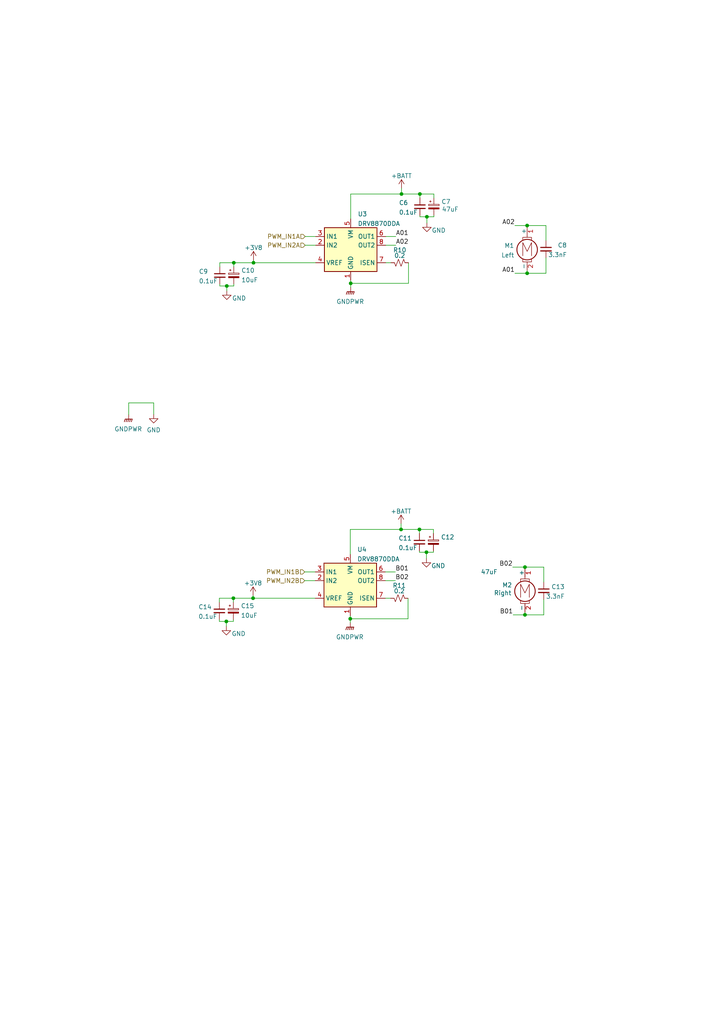
<source format=kicad_sch>
(kicad_sch (version 20211123) (generator eeschema)
  (paper "A4" portrait)
  (lib_symbols
    (symbol "Device:C_Polarized_Small" (pin_numbers hide) (pin_names (offset 0.254) hide)
      (property "Reference" "C" (at 0.254 1.778 0))
      (property "Value" "C_Polarized_Small" (at 0.254 -2.032 0))
      (symbol "C_Polarized_Small_0_1"
        (rectangle (start -1.524 -0.3048) (end 1.524 -0.6858) (fill (type outline)))
        (rectangle (start -1.524 0.6858) (end 1.524 0.3048))
        (polyline (pts (xy -1.27 1.524) (xy -0.762 1.524)))
        (polyline (pts (xy -1.016 1.27) (xy -1.016 1.778)))
      )
      (symbol "C_Polarized_Small_1_1"
        (pin passive line (at 0 2.54 270) (length 1.8542) (name "~") (number "1"))
        (pin passive line (at 0 -2.54 90) (length 1.8542) (name "~") (number "2"))
      )
    )
    (symbol "Device:C_Small" (pin_numbers hide) (pin_names (offset 0.254) hide)
      (property "Reference" "C" (at 0.254 1.778 0))
      (property "Value" "C_Small" (at 0.254 -2.032 0))
      (symbol "C_Small_0_1"
        (polyline (pts (xy -1.524 -0.508) (xy 1.524 -0.508)) (stroke (width 0.3302)))
        (polyline (pts (xy -1.524 0.508) (xy 1.524 0.508)) (stroke (width 0.3048)))
      )
      (symbol "C_Small_1_1"
        (pin passive line (at 0 2.54 270) (length 2.032) (name "~") (number "1"))
        (pin passive line (at 0 -2.54 90) (length 2.032) (name "~") (number "2"))
      )
    )
    (symbol "Device:R_Small_US" (pin_numbers hide) (pin_names (offset 0.254) hide)
      (property "Reference" "R" (at 0.762 0.508 0))
      (property "Value" "R_Small_US" (at 0.762 -1.016 0))
      (symbol "R_Small_US_1_1"
        (polyline (pts (xy 0 0) (xy 1.016 -0.381) (xy 0 -0.762) (xy -1.016 -1.143) (xy 0 -1.524)))
        (polyline (pts (xy 0 1.524) (xy 1.016 1.143) (xy 0 0.762) (xy -1.016 0.381) (xy 0 0)))
        (pin passive line (at 0 2.54 270) (length 1.016) (name "~") (number "1"))
        (pin passive line (at 0 -2.54 90) (length 1.016) (name "~") (number "2"))
      )
    )
    (symbol "Driver_Motor:DRV8870DDA"
      (property "Reference" "U" (at -6.35 6.35 0))
      (property "Value" "DRV8870DDA" (at 8.89 6.35 0))
      (symbol "DRV8870DDA_0_1"
        (rectangle (start -7.62 5.08) (end 7.62 -7.62) (stroke (width 0.254)) (fill (type background)))
      )
      (symbol "DRV8870DDA_1_1"
        (pin power_in line (at 0 -10.16 90) (length 2.54) (name "GND") (number "1"))
        (pin input line (at -10.16 0 0) (length 2.54) (name "IN2") (number "2"))
        (pin input line (at -10.16 2.54 0) (length 2.54) (name "IN1") (number "3"))
        (pin input line (at -10.16 -5.08 0) (length 2.54) (name "VREF") (number "4"))
        (pin power_in line (at 0 7.62 270) (length 2.54) (name "VM") (number "5"))
        (pin output line (at 10.16 2.54 180) (length 2.54) (name "OUT1") (number "6"))
        (pin passive line (at 10.16 -5.08 180) (length 2.54) (name "ISEN") (number "7"))
        (pin output line (at 10.16 0 180) (length 2.54) (name "OUT2") (number "8"))
        (pin passive line (at 0 -10.16 90) (length 2.54) hide (name "GND") (number "9"))
      )
    )
    (symbol "Motor:Motor_DC_ALT" (pin_names (offset 0))
      (property "Reference" "M" (at 2.54 2.54 0))
      (property "Value" "Motor_DC_ALT" (at 2.54 -5.08 0))
      (symbol "Motor_DC_ALT_0_0"
        (circle (center 0 -1.524) (radius 2.9718) (stroke (width 0.254)))
        (polyline (pts (xy -1.27 -4.318) (xy -1.27 -5.08) (xy 1.27 -5.08) (xy 1.27 -4.318)))
        (polyline (pts (xy -1.27 1.27) (xy -1.27 2.032) (xy 1.27 2.032) (xy 1.27 1.27)))
        (polyline (pts (xy -1.27 -3.302) (xy -1.27 0.508) (xy 0 -2.032) (xy 1.27 0.508) (xy 1.27 -3.302)))
      )
      (symbol "Motor_DC_ALT_0_1"
        (polyline (pts (xy 0 2.032) (xy 0 2.54)))
      )
      (symbol "Motor_DC_ALT_1_1"
        (pin passive line (at 0 5.08 270) (length 2.54) (name "+") (number "1"))
        (pin passive line (at 0 -7.62 90) (length 2.54) (name "-") (number "2"))
      )
    )
    (symbol "power:+3V8" (power) (pin_names (offset 0))
      (property "Value" "+3V8" (at 0 3.556 0))
      (symbol "+3V8_0_1"
        (polyline (pts (xy -0.762 1.27) (xy 0 2.54)))
        (polyline (pts (xy 0 0) (xy 0 2.54)))
        (polyline (pts (xy 0 2.54) (xy 0.762 1.27)))
      )
      (symbol "+3V8_1_1"
        (pin power_in line (at 0 0 90) (length 0) hide (name "+3V8") (number "1"))
      )
    )
    (symbol "power:+BATT" (power) (pin_names (offset 0))
      (property "Value" "+BATT" (at 0 3.556 0))
      (symbol "+BATT_0_1"
        (polyline (pts (xy -0.762 1.27) (xy 0 2.54)))
        (polyline (pts (xy 0 0) (xy 0 2.54)))
        (polyline (pts (xy 0 2.54) (xy 0.762 1.27)))
      )
      (symbol "+BATT_1_1"
        (pin power_in line (at 0 0 90) (length 0) hide (name "+BATT") (number "1"))
      )
    )
    (symbol "power:GND" (power) (pin_names (offset 0))
      (property "Value" "GND" (at 0 -3.81 0))
      (symbol "GND_0_1"
        (polyline (pts (xy 0 0) (xy 0 -1.27) (xy 1.27 -1.27) (xy 0 -2.54) (xy -1.27 -1.27) (xy 0 -1.27)))
      )
      (symbol "GND_1_1"
        (pin power_in line (at 0 0 270) (length 0) hide (name "GND") (number "1"))
      )
    )
    (symbol "power:GNDPWR" (power) (pin_names (offset 0))
      (property "Value" "GNDPWR" (at 0 -3.302 0))
      (symbol "GNDPWR_0_1"
        (polyline (pts (xy 0 -1.27) (xy 0 0)))
        (polyline (pts (xy -1.016 -1.27) (xy -1.27 -2.032) (xy -1.27 -2.032)) (stroke (width 0.2032)))
        (polyline (pts (xy -0.508 -1.27) (xy -0.762 -2.032) (xy -0.762 -2.032)) (stroke (width 0.2032)))
        (polyline (pts (xy 0 -1.27) (xy -0.254 -2.032) (xy -0.254 -2.032)) (stroke (width 0.2032)))
        (polyline (pts (xy 0.508 -1.27) (xy 0.254 -2.032) (xy 0.254 -2.032)) (stroke (width 0.2032)))
        (polyline (pts (xy 1.016 -1.27) (xy -1.016 -1.27) (xy -1.016 -1.27)) (stroke (width 0.2032)))
        (polyline (pts (xy 1.016 -1.27) (xy 0.762 -2.032) (xy 0.762 -2.032) (xy 0.762 -2.032)) (stroke (width 0.2032)))
      )
      (symbol "GNDPWR_1_1"
        (pin power_in line (at 0 0 270) (length 0) hide (name "GNDPWR") (number "1"))
      )
    )
  )
  (junction (at 65.659 180.213))
  (junction (at 152.908 65.405))
  (junction (at 121.793 56.261))
  (junction (at 152.273 178.308))
  (junction (at 116.332 153.543))
  (junction (at 101.6 179.451))
  (junction (at 65.786 82.931))
  (junction (at 67.818 76.2))
  (junction (at 152.273 164.465))
  (junction (at 123.698 160.147))
  (junction (at 116.459 56.261))
  (junction (at 152.908 79.248))
  (junction (at 73.533 76.2))
  (junction (at 101.727 82.169))
  (junction (at 123.825 62.865))
  (junction (at 121.666 153.543))
  (junction (at 73.406 173.482))
  (junction (at 67.691 173.482))
  (wire (pts (xy 116.459 54.61) (xy 116.459 56.261)))
  (wire (pts (xy 67.818 76.2) (xy 73.533 76.2)))
  (wire (pts (xy 101.6 160.782) (xy 101.6 153.543)))
  (wire (pts (xy 118.491 82.169) (xy 101.727 82.169)))
  (wire (pts (xy 121.793 56.261) (xy 121.793 57.404)))
  (wire (pts (xy 63.627 179.705) (xy 63.627 180.213)))
  (wire (pts (xy 37.338 120.269) (xy 37.338 116.84)))
  (wire (pts (xy 118.364 173.482) (xy 118.364 179.451)))
  (wire (pts (xy 125.73 154.686) (xy 125.73 153.543)))
  (wire (pts (xy 63.754 82.423) (xy 63.754 82.931)))
  (wire (pts (xy 148.844 178.308) (xy 152.273 178.308)))
  (wire (pts (xy 152.908 79.248) (xy 152.908 78.486)))
  (wire (pts (xy 88.519 71.12) (xy 91.567 71.12)))
  (wire (pts (xy 101.727 81.28) (xy 101.727 82.169)))
  (wire (pts (xy 123.698 160.147) (xy 125.73 160.147)))
  (wire (pts (xy 121.666 159.766) (xy 121.666 160.147)))
  (wire (pts (xy 65.786 82.931) (xy 65.786 84.328)))
  (wire (pts (xy 158.369 69.723) (xy 158.369 65.405)))
  (wire (pts (xy 118.364 179.451) (xy 101.6 179.451)))
  (wire (pts (xy 157.734 164.465) (xy 152.273 164.465)))
  (wire (pts (xy 101.727 82.169) (xy 101.727 83.312)))
  (wire (pts (xy 101.727 56.261) (xy 116.459 56.261)))
  (wire (pts (xy 63.754 77.343) (xy 63.754 76.2)))
  (wire (pts (xy 121.793 62.484) (xy 121.793 62.865)))
  (wire (pts (xy 67.691 173.482) (xy 73.406 173.482)))
  (wire (pts (xy 73.406 173.482) (xy 91.44 173.482)))
  (wire (pts (xy 152.273 164.465) (xy 152.273 164.846)))
  (wire (pts (xy 121.793 56.261) (xy 125.857 56.261)))
  (wire (pts (xy 121.666 160.147) (xy 123.698 160.147)))
  (wire (pts (xy 116.332 153.543) (xy 121.666 153.543)))
  (wire (pts (xy 157.734 173.863) (xy 157.734 178.308)))
  (wire (pts (xy 88.519 68.58) (xy 91.567 68.58)))
  (wire (pts (xy 63.627 180.213) (xy 65.659 180.213)))
  (wire (pts (xy 114.681 165.862) (xy 111.76 165.862)))
  (wire (pts (xy 148.717 164.465) (xy 152.273 164.465)))
  (wire (pts (xy 63.627 173.482) (xy 67.691 173.482)))
  (wire (pts (xy 67.818 82.931) (xy 67.818 82.423)))
  (wire (pts (xy 111.76 173.482) (xy 113.284 173.482)))
  (wire (pts (xy 157.734 168.783) (xy 157.734 164.465)))
  (wire (pts (xy 123.825 62.865) (xy 125.857 62.865)))
  (wire (pts (xy 44.577 116.84) (xy 44.577 120.142)))
  (wire (pts (xy 121.666 153.543) (xy 125.73 153.543)))
  (wire (pts (xy 125.857 62.865) (xy 125.857 62.484)))
  (wire (pts (xy 65.659 180.213) (xy 65.659 181.61)))
  (wire (pts (xy 101.6 178.562) (xy 101.6 179.451)))
  (wire (pts (xy 73.533 76.2) (xy 91.567 76.2)))
  (wire (pts (xy 121.666 153.543) (xy 121.666 154.686)))
  (wire (pts (xy 65.786 82.931) (xy 67.818 82.931)))
  (wire (pts (xy 63.627 174.625) (xy 63.627 173.482)))
  (wire (pts (xy 158.369 74.803) (xy 158.369 79.248)))
  (wire (pts (xy 158.369 79.248) (xy 152.908 79.248)))
  (wire (pts (xy 67.691 180.213) (xy 67.691 179.705)))
  (wire (pts (xy 63.754 76.2) (xy 67.818 76.2)))
  (wire (pts (xy 149.352 79.248) (xy 152.908 79.248)))
  (wire (pts (xy 118.491 76.2) (xy 118.491 82.169)))
  (wire (pts (xy 157.734 178.308) (xy 152.273 178.308)))
  (wire (pts (xy 123.825 62.865) (xy 123.825 64.643)))
  (wire (pts (xy 65.659 180.213) (xy 67.691 180.213)))
  (wire (pts (xy 101.6 153.543) (xy 116.332 153.543)))
  (wire (pts (xy 152.273 178.308) (xy 152.273 177.546)))
  (wire (pts (xy 123.698 160.147) (xy 123.698 161.925)))
  (wire (pts (xy 37.338 116.84) (xy 44.577 116.84)))
  (wire (pts (xy 111.887 76.2) (xy 113.411 76.2)))
  (wire (pts (xy 116.332 151.892) (xy 116.332 153.543)))
  (wire (pts (xy 67.818 76.2) (xy 67.818 77.343)))
  (wire (pts (xy 73.533 75.438) (xy 73.533 76.2)))
  (wire (pts (xy 114.681 168.402) (xy 111.76 168.402)))
  (wire (pts (xy 88.392 168.402) (xy 91.44 168.402)))
  (wire (pts (xy 114.808 71.12) (xy 111.887 71.12)))
  (wire (pts (xy 121.793 62.865) (xy 123.825 62.865)))
  (wire (pts (xy 125.73 160.147) (xy 125.73 159.766)))
  (wire (pts (xy 149.352 65.405) (xy 152.908 65.405)))
  (wire (pts (xy 101.727 63.5) (xy 101.727 56.261)))
  (wire (pts (xy 63.754 82.931) (xy 65.786 82.931)))
  (wire (pts (xy 125.857 57.404) (xy 125.857 56.261)))
  (wire (pts (xy 158.369 65.405) (xy 152.908 65.405)))
  (wire (pts (xy 73.406 172.72) (xy 73.406 173.482)))
  (wire (pts (xy 114.808 68.58) (xy 111.887 68.58)))
  (wire (pts (xy 116.459 56.261) (xy 121.793 56.261)))
  (wire (pts (xy 88.392 165.862) (xy 91.44 165.862)))
  (wire (pts (xy 67.691 173.482) (xy 67.691 174.625)))
  (wire (pts (xy 101.6 179.451) (xy 101.6 180.594)))
  (wire (pts (xy 152.908 65.405) (xy 152.908 65.786)))
  (label "A01" (at 149.352 79.248 180))
  (label "A02" (at 114.808 71.12 0))
  (label "A01" (at 114.808 68.58 0))
  (label "B01" (at 114.681 165.862 0))
  (label "A02" (at 149.352 65.405 180))
  (label "B02" (at 114.681 168.402 0))
  (label "B02" (at 148.717 164.465 180))
  (label "B01" (at 148.844 178.308 180))
  (hierarchical_label "PWM_IN1B" (shape input) (at 88.392 165.862 180))
  (hierarchical_label "PWM_IN1A" (shape input) (at 88.519 68.58 180))
  (hierarchical_label "PWM_IN2A" (shape input) (at 88.519 71.12 180))
  (hierarchical_label "PWM_IN2B" (shape input) (at 88.392 168.402 180))
  (symbol (lib_id "Device:C_Small") (at 63.627 177.165 0) (mirror y) (unit 1)
    (property "Reference" "C14" (at 57.531 176.022 0) (effects (justify right)))
    (property "Value" "0.1uF" (at 57.531 178.7971 0) (effects (justify right)))
    (property "Footprint" "Capacitor_SMD:C_0805_2012Metric" (effects hide))
  )
  (symbol (lib_id "Device:C_Polarized_Small") (at 67.818 79.883 0) (unit 1)
    (property "Reference" "C10" (at 69.977 78.4284 0) (effects (justify left)))
    (property "Value" "10uF" (at 69.977 81.2035 0) (effects (justify left)))
    (property "Footprint" "Capacitor_SMD:C_0805_2012Metric" (effects hide))
  )
  (symbol (lib_id "Device:C_Small") (at 157.734 171.323 0) (unit 1)
    (property "Reference" "C13" (at 163.83 170.18 0) (effects (justify right)))
    (property "Value" "3.3nF" (at 163.83 172.9551 0) (effects (justify right)))
    (property "Footprint" "Capacitor_SMD:C_0805_2012Metric" (effects hide))
  )
  (symbol (lib_id "power:+BATT") (at 116.459 54.61 0) (mirror y) (unit 1)
    (property "Reference" "#PWR025" (effects hide))
    (property "Value" "+BATT" (at 116.459 51.0055 0))
  )
  (symbol (lib_id "power:GNDPWR") (at 101.6 180.594 0) (unit 1)
    (property "Reference" "#PWR035" (effects hide))
    (property "Value" "GNDPWR" (at 101.473 184.7501 0))
  )
  (symbol (lib_id "Motor:Motor_DC_ALT") (at 152.273 169.926 0) (mirror y) (unit 1)
    (property "Reference" "M2" (at 145.669 169.672 0) (effects (justify right)))
    (property "Value" "Right" (at 143.256 171.958 0) (effects (justify right)))
    (property "Footprint" "Connector_JST:JST_EH_S2B-EH_1x02_P2.50mm_Horizontal" (effects hide))
  )
  (symbol (lib_id "Device:C_Polarized_Small") (at 125.857 59.944 0) (unit 1)
    (property "Reference" "C7" (at 128.016 58.4894 0) (effects (justify left)))
    (property "Value" "47uF" (at 128.143 60.706 0) (effects (justify left)))
    (property "Footprint" "Capacitor_SMD:C_0805_2012Metric" (effects hide))
  )
  (symbol (lib_id "Device:C_Polarized_Small") (at 125.73 157.226 0) (unit 1)
    (property "Reference" "C12" (at 127.889 155.7714 0) (effects (justify left)))
    (property "Value" "47uF" (at 139.446 165.862 0) (effects (justify left)))
    (property "Footprint" "Capacitor_SMD:C_0805_2012Metric" (effects hide))
  )
  (symbol (lib_id "Device:R_Small_US") (at 115.951 76.2 90) (mirror x) (unit 1)
    (property "Reference" "R10" (at 115.951 72.517 90))
    (property "Value" "0.2" (at 115.951 74.1196 90))
    (property "Footprint" "Resistor_SMD:R_0805_2012Metric" (effects hide))
  )
  (symbol (lib_id "Driver_Motor:DRV8870DDA") (at 101.6 168.402 0) (unit 1)
    (property "Reference" "U4" (at 103.6194 159.3555 0) (effects (justify left)))
    (property "Value" "DRV8870DDA" (at 103.6194 162.1306 0) (effects (justify left)))
    (property "Footprint" "Package_SO:Texas_HTSOP-8-1EP_3.9x4.9mm_P1.27mm_EP2.95x4.9mm_Mask2.4x3.1mm_ThermalVias" (effects hide))
    (property "Datasheet" "http://www.ti.com/lit/ds/symlink/drv8870.pdf" (effects hide))
  )
  (symbol (lib_id "Device:C_Small") (at 121.666 157.226 0) (mirror y) (unit 1)
    (property "Reference" "C11" (at 115.57 156.083 0) (effects (justify right)))
    (property "Value" "0.1uF" (at 115.57 158.8581 0) (effects (justify right)))
    (property "Footprint" "Capacitor_SMD:C_0805_2012Metric" (effects hide))
  )
  (symbol (lib_id "power:GND") (at 123.825 64.643 0) (unit 1)
    (property "Reference" "#PWR026" (effects hide))
    (property "Value" "GND" (at 127.254 66.802 0))
  )
  (symbol (lib_id "Device:R_Small_US") (at 115.824 173.482 90) (mirror x) (unit 1)
    (property "Reference" "R11" (at 115.824 169.799 90))
    (property "Value" "0.2" (at 115.824 171.4016 90))
    (property "Footprint" "Resistor_SMD:R_0805_2012Metric" (effects hide))
  )
  (symbol (lib_id "Device:C_Polarized_Small") (at 67.691 177.165 0) (unit 1)
    (property "Reference" "C15" (at 69.85 175.7104 0) (effects (justify left)))
    (property "Value" "10uF" (at 69.85 178.4855 0) (effects (justify left)))
    (property "Footprint" "Capacitor_SMD:C_0805_2012Metric" (effects hide))
  )
  (symbol (lib_id "power:+3V8") (at 73.533 75.438 0) (unit 1)
    (property "Reference" "#PWR027" (effects hide))
    (property "Value" "+3V8" (at 73.533 71.8335 0))
  )
  (symbol (lib_id "power:GND") (at 65.786 84.328 0) (unit 1)
    (property "Reference" "#PWR029" (effects hide))
    (property "Value" "GND" (at 69.342 86.487 0))
  )
  (symbol (lib_id "power:GND") (at 65.659 181.61 0) (unit 1)
    (property "Reference" "#PWR036" (effects hide))
    (property "Value" "GND" (at 69.215 183.769 0))
  )
  (symbol (lib_id "Driver_Motor:DRV8870DDA") (at 101.727 71.12 0) (unit 1)
    (property "Reference" "U3" (at 103.7464 62.0735 0) (effects (justify left)))
    (property "Value" "DRV8870DDA" (at 103.7464 64.8486 0) (effects (justify left)))
    (property "Footprint" "Package_SO:Texas_HTSOP-8-1EP_3.9x4.9mm_P1.27mm_EP2.95x4.9mm_Mask2.4x3.1mm_ThermalVias" (effects hide))
    (property "Datasheet" "http://www.ti.com/lit/ds/symlink/drv8870.pdf" (effects hide))
  )
  (symbol (lib_id "power:GND") (at 123.698 161.925 0) (unit 1)
    (property "Reference" "#PWR033" (effects hide))
    (property "Value" "GND" (at 127.127 164.084 0))
  )
  (symbol (lib_id "power:GNDPWR") (at 101.727 83.312 0) (unit 1)
    (property "Reference" "#PWR028" (effects hide))
    (property "Value" "GNDPWR" (at 101.6 87.4681 0))
  )
  (symbol (lib_id "power:+BATT") (at 116.332 151.892 0) (mirror y) (unit 1)
    (property "Reference" "#PWR032" (effects hide))
    (property "Value" "+BATT" (at 116.332 148.2875 0))
  )
  (symbol (lib_id "Device:C_Small") (at 63.754 79.883 0) (mirror y) (unit 1)
    (property "Reference" "C9" (at 57.658 78.74 0) (effects (justify right)))
    (property "Value" "0.1uF" (at 57.658 81.5151 0) (effects (justify right)))
    (property "Footprint" "Capacitor_SMD:C_0805_2012Metric" (effects hide))
  )
  (symbol (lib_id "power:GND") (at 44.577 120.142 0) (unit 1)
    (property "Reference" "#PWR030" (effects hide))
    (property "Value" "GND" (at 44.577 124.7045 0))
  )
  (symbol (lib_id "Motor:Motor_DC_ALT") (at 152.908 70.866 0) (mirror y) (unit 1)
    (property "Reference" "M1" (at 149.1742 71.2275 0) (effects (justify left)))
    (property "Value" "Left" (at 149.1742 74.0026 0) (effects (justify left)))
    (property "Footprint" "Connector_JST:JST_EH_S2B-EH_1x02_P2.50mm_Horizontal" (effects hide))
  )
  (symbol (lib_id "Device:C_Small") (at 121.793 59.944 0) (mirror y) (unit 1)
    (property "Reference" "C6" (at 115.697 58.801 0) (effects (justify right)))
    (property "Value" "0.1uF" (at 115.697 61.5761 0) (effects (justify right)))
    (property "Footprint" "Capacitor_SMD:C_0805_2012Metric" (effects hide))
  )
  (symbol (lib_id "power:GNDPWR") (at 37.338 120.269 0) (unit 1)
    (property "Reference" "#PWR031" (effects hide))
    (property "Value" "GNDPWR" (at 37.211 124.4251 0))
  )
  (symbol (lib_id "power:+3V8") (at 73.406 172.72 0) (unit 1)
    (property "Reference" "#PWR034" (effects hide))
    (property "Value" "+3V8" (at 73.406 169.1155 0))
  )
  (symbol (lib_id "Device:C_Small") (at 158.369 72.263 0) (unit 1)
    (property "Reference" "C8" (at 164.465 71.12 0) (effects (justify right)))
    (property "Value" "3.3nF" (at 164.465 73.8951 0) (effects (justify right)))
    (property "Footprint" "Capacitor_SMD:C_0805_2012Metric" (effects hide))
  )
)
</source>
